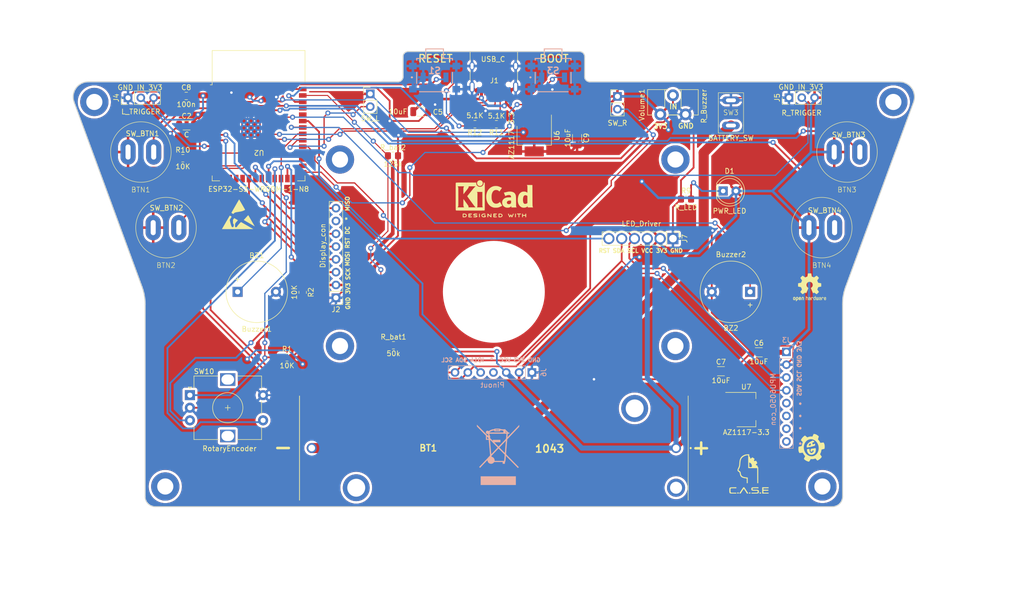
<source format=kicad_pcb>
(kicad_pcb (version 20221018) (generator pcbnew)
  (layers (0 "F.Cu" signal) (31 "B.Cu" signal) (34 "B.Paste" user) (35 "F.Paste" user) (36 "B.SilkS" user "B.Silkscreen") (37 "F.SilkS" user "F.Silkscreen") (38 "B.Mask" user) (39 "F.Mask" user) (44 "Edge.Cuts" user))
  (net 0 "")
  (net 1 "VCC")
  (net 2 "Net-(BT1--)")
  (net 3 "+3V3")
  (net 4 "/BTN1")
  (net 5 "/BTN2")
  (net 6 "/BTN3")
  (net 7 "/BTN4")
  (net 8 "/BUZZER_PIN1")
  (net 9 "Earth")
  (net 10 "/BUZZER_PIN2")
  (net 11 "+5V")
  (net 12 "/EN")
  (net 13 "Net-(D1-K)")
  (net 14 "Net-(J1-CC1)")
  (net 15 "/USB_D+")
  (net 16 "/USB_D-")
  (net 18 "Net-(J1-CC2)")
  (net 20 "/SCK")
  (net 21 "/MOSI")
  (net 22 "/RST")
  (net 23 "/DC")
  (net 25 "/MISO")
  (net 26 "/SCL")
  (net 27 "/SDA")
  (net 32 "/L_TRIGGER")
  (net 33 "/R_TRIGGER")
  (net 34 "/IO14")
  (net 35 "/R_PADDLE")
  (net 36 "/L_PADDLE")
  (net 37 "/ENC_A")
  (net 38 "/ENC_B")
  (net 39 "/bat_level")
  (net 40 "/IO0")
  (net 41 "/ENC_SW")
  (net 44 "/SS")
  (net 51 "/Volume_pot")
  (net 53 "/LED_RESET")
  (footprint "Potentiometer_THT:Potentiometer_ACP_CA9-H3,8_Horizontal" (layer "F.Cu") (at 248.9 117.2 90)
    (fp_text reference "Volume1")
    (fp_text value "R_Buzzer")
  )
  (footprint "Buzzer_Beeper:Buzzer_12x9.5RM7.6" (layer "F.Cu") (at 165.1 152.4)
    (fp_text reference "BZ1")
    (fp_text value "Buzzer1")
  )
  (footprint "Capacitor_SMD:C_1206_3216Metric" (layer "F.Cu") (at 260.925 168.15)
    (fp_text reference "C7")
    (fp_text value "10uF")
  )
  (footprint "Capacitor_SMD:C_1206_3216Metric" (layer "F.Cu") (at 154.989 119.38)
    (fp_text reference "C2")
    (fp_text value "C")
  )
  (footprint "Connector_PinHeader_2.54mm:PinHeader_1x02_P2.54mm_Vertical" (layer "F.Cu") (at 191.4 113.125)
    (fp_text reference "PADDLE2" hide)
    (fp_text value "SW_L")
  )
  (footprint "MountingHole:MountingHole_3.2mm_M3_DIN965_Pad" (layer "F.Cu") (at 295.1 114.73)
    (fp_text reference "REF**" hide)
    (fp_text value "MountingHole_3.2mm_M3_DIN965_Pad" hide)
  )
  (footprint "Resistor_SMD:R_0805_2012Metric_Pad1.20x1.40mm_HandSolder" (layer "F.Cu") (at 212.15 119.15)
    (fp_text reference "R12")
    (fp_text value "5.1K")
  )
  (footprint "Connector_PinHeader_2.54mm:PinHeader_1x06_P2.54mm_Vertical" (layer "F.Cu") (at 251.404306 141.836172 -90)
    (fp_text reference "J7")
    (fp_text value "LED_Driver")
  )
  (footprint "FC_Wheel_Library:SPST_PushButton_Cyl" (layer "F.Cu") (at 145.925581 124.663941)
    (fp_text reference "BTN1")
    (fp_text value "SW_BTN1")
  )
  (footprint "LOGO" (layer "F.Cu") (at 266.5 188.75)
    (fp_text reference "G***" hide)
    (fp_text value "LOGO" hide)
  )
  (footprint "FC_Wheel_Library:SPST_PushButton_Cyl" (layer "F.Cu") (at 285.911152 124.663081)
    (fp_text reference "BTN3")
    (fp_text value "SW_BTN3")
  )
  (footprint "Buzzer_Beeper:Buzzer_12x9.5RM7.6" (layer "F.Cu") (at 266.7 152.4 180)
    (fp_text reference "BZ2")
    (fp_text value "Buzzer2")
  )
  (footprint "Connector_USB:USB_C_Receptacle_HRO_TYPE-C-31-M-12" (layer "F.Cu") (at 215.9 108.65 180)
    (fp_text reference "J1")
    (fp_text value "USB_C")
  )
  (footprint "LOGO" (layer "F.Cu") (at 278.75 183.25 90)
    (fp_text reference "G***" hide)
    (fp_text value "LOGO" hide)
  )
  (footprint "MountingHole:MountingHole_3.2mm_M3_DIN965_Pad" (layer "F.Cu") (at 251.9 126.15)
    (fp_text reference "REF**" hide)
    (fp_text value "MountingHole_3.2mm_M3_DIN965_Pad" hide)
  )
  (footprint "FC_Wheel_Library:SPST_PushButton_Cyl" (layer "F.Cu") (at 280.909449 139.664752)
    (fp_text reference "BTN4")
    (fp_text value "SW_BTN4")
  )
  (footprint "Connector_PinHeader_2.54mm:PinHeader_1x08_P2.54mm_Vertical" (layer "F.Cu") (at 184.6 153.58 180)
    (fp_text reference "J2")
    (fp_text value "Display_con")
  )
  (footprint "FC_Wheel_Library:ESP32-S3-WROOM-1_handsolder" (layer "F.Cu") (at 169.264 117.428)
    (fp_text reference "U2")
    (fp_text value "ESP32-S3-WROOM-1-N8")
  )
  (footprint "Capacitor_SMD:C_1206_3216Metric" (layer "F.Cu") (at 232.4 121.875 -90)
    (fp_text reference "C9")
    (fp_text value "10uF")
  )
  (footprint "FC_Wheel_Library:1043_fromMouser" (layer "F.Cu") (at 252.02 183.4)
    (fp_text reference "BT1")
    (fp_text value "Battery" hide)
  )
  (footprint "Resistor_SMD:R_0805_2012Metric_Pad1.20x1.40mm_HandSolder" (layer "F.Cu") (at 174.9 165.4)
    (fp_text reference "R1")
    (fp_text value "10K")
  )
  (footprint "Resistor_SMD:R_0805_2012Metric_Pad1.20x1.40mm_HandSolder" (layer "F.Cu") (at 196 163)
    (fp_text reference "R_bat1")
    (fp_text value "50k")
  )
  (footprint "Package_TO_SOT_SMD:SOT-223-3_TabPin2" (layer "F.Cu") (at 223.9 121.4 -90)
    (fp_text reference "U6")
    (fp_text value "AZ1117-3.3")
  )
  (footprint "Resistor_SMD:R_0805_2012Metric_Pad1.20x1.40mm_HandSolder" (layer "F.Cu") (at 254 134)
    (fp_text reference "R9")
    (fp_text value "R_LED")
  )
  (footprint "Capacitor_SMD:C_1206_3216Metric" (layer "F.Cu") (at 268.425 164.4)
    (fp_text reference "C6")
    (fp_text value "10uF")
  )
  (footprint "FC_Wheel_Library:SPST_PushButton_Cyl" (layer "F.Cu") (at 150.910544 139.661928)
    (fp_text reference "BTN2")
    (fp_text value "SW_BTN2")
  )
  (footprint "Capacitor_SMD:C_0805_2012Metric_Pad1.18x1.45mm_HandSolder" (layer "F.Cu") (at 154.9185 113.538)
    (fp_text reference "C8")
    (fp_text value "100n")
  )
  (footprint "MountingHole:MountingHole_3.2mm_M3_DIN965_Pad" (layer "F.Cu") (at 185.4 163.15)
    (fp_text reference "REF**" hide)
    (fp_text value "MountingHole_3.2mm_M3_DIN965_Pad" hide)
  )
  (footprint "FC_Wheel_Library:STST Switch 2MS6T1B3M2QES" (layer "F.Cu") (at 262.9 116.9)
    (fp_text reference "SW3")
    (fp_text value "BATTERY_SW")
  )
  (footprint "Connector_PinHeader_2.54mm:PinHeader_1x02_P2.54mm_Vertical" (layer "F.Cu") (at 240.4 113.625)
    (fp_text reference "PADDLE1" hide)
    (fp_text value "SW_R")
  )
  (footprint "MountingHole:MountingHole_3.2mm_M3_DIN965_Pad" (layer "F.Cu") (at 136.7 114.73)
    (fp_text reference "REF**" hide)
    (fp_text value "MountingHole_3.2mm_M3_DIN965_Pad" hide)
  )
  (footprint "Rotary_Encoder:RotaryEncoder_Alps_EC12E-Switch_Vertical_H20mm" (layer "F.Cu") (at 155.65 172.9)
    (fp_text reference "SW10")
    (fp_text value "RotaryEncoder")
  )
  (footprint "Resistor_SMD:R_0805_2012Metric_Pad1.20x1.40mm_HandSolder" (layer "F.Cu") (at 154.25 125.9)
    (fp_text reference "R10")
    (fp_text value "10K")
  )
  (footprint "MountingHole:MountingHole_3.2mm_M3_DIN965_Pad" (layer "F.Cu") (at 281.035 191.0227)
    (fp_text reference "REF**" hide)
    (fp_text value "MountingHole_3.2mm_M3_DIN965_Pad" hide)
  )
  (footprint "Resistor_SMD:R_0805_2012Metric_Pad1.20x1.40mm_HandSolder" (layer "F.Cu") (at 195.9 125.4)
    (fp_text reference "R_bat2")
    (fp_text value "125k")
  )
  (footprint "LED_THT:LED_D5.0mm" (layer "F.Cu") (at 261.36 132.4)
    (fp_text reference "D1")
    (fp_text value "PWR_LED")
  )
  (footprint "Symbol:ESD-Logo_6.6x6mm_SilkScreen" (layer "F.Cu") (at 165.25 137)
    (fp_text reference "REF**" hide)
    (fp_text value "ESD-Logo_6.6x6mm_SilkScreen" hide)
  )
  (footprint "Package_TO_SOT_SMD:SOT-223-3_TabPin2" (layer "F.Cu") (at 265.938 175.768)
    (fp_text reference "U7")
    (fp_text value "AZ1117-3.3")
  )
  (footprint "MountingHole:MountingHole_3.2mm_M3_DIN965_Pad" (layer "F.Cu") (at 251.9 163.15)
    (fp_text reference "REF**" hide)
    (fp_text value "MountingHole_3.2mm_M3_DIN965_Pad" hide)
  )
  (footprint "Symbol:OSHW-Logo2_7.3x6mm_SilkScreen" (layer "F.Cu") (at 278.5 151.5)
    (fp_text reference "REF**" hide)
    (fp_text value "OSHW-Logo2_7.3x6mm_SilkScreen" hide)
  )
  (footprint "Resistor_SMD:R_0805_2012Metric_Pad1.20x1.40mm_HandSolder" (layer "F.Cu") (at 216.4 119.15 180)
    (fp_text reference "R11")
    (fp_text value "5.1K")
  )
  (footprint "MountingHole:MountingHole_3.2mm_M3_DIN965_Pad" (layer "F.Cu") (at 150.765 191.0227)
    (fp_text reference "REF**" hide)
    (fp_text value "MountingHole_3.2mm_M3_DIN965_Pad" hide)
  )
  (footprint "Resistor_SMD:R_0805_2012Metric_Pad1.20x1.40mm_HandSolder" (layer "F.Cu") (at 178 152.5 -90)
    (fp_text reference "R2")
    (fp_text value "10K")
  )
  (footprint "MountingHole:MountingHole_3.2mm_M3_DIN965_Pad" (layer "F.Cu") (at 185.4 126.15)
    (fp_text reference "REF**" hide)
    (fp_text value "MountingHole_3.2mm_M3_DIN965_Pad" hide)
  )
  (footprint "Connector_PinHeader_2.54mm:PinHeader_1x03_P2.54mm_Vertical" (layer "F.Cu") (at 274.4 113.875 90)
    (fp_text reference "J5")
    (fp_text value "R_TRIGGER")
  )
  (footprint "Capacitor_SMD:C_1206_3216Metric" (layer "F.Cu") (at 201.4 116.65 180)
    (fp_text reference "C5")
    (fp_text value "10uF")
  )
  (footprint "Connector_PinHeader_2.54mm:PinHeader_1x03_P2.54mm_Vertical" (layer "F.Cu") (at 143.375 113.9 90)
    (fp_text reference "J4")
    (fp_text value "L_TRIGGER")
  )
  (footprint "Symbol:KiCad-Logo2_6mm_SilkScreen" (layer "F.Cu") (at 216 133.25)
    (fp_text reference "REF**" hide)
    (fp_text value "KiCad-Logo2_6mm_SilkScreen" hide)
  )
  (footprint "Symbol:WEEE-Logo_8.4x12mm_SilkScreen" (layer "B.Cu") (at 216.75 184.75 180)
    (fp_text reference "REF**" hide)
    (fp_text value "WEEE-Logo_8.4x12mm_SilkScreen" hide)
  )
  (footprint "Connector_PinHeader_2.54mm:PinHeader_1x08_P2.54mm_Vertical" (layer "B.Cu") (at 273.9 164.32 180)
    (fp_text reference "J3")
    (fp_text value "MPU6050_con")
  )
  (footprint "FC_Wheel_Library:TL3336AF160Q" (layer "B.Cu") (at 227.65 109.4 180)
    (fp_text reference "S3")
    (fp_text value "TL3336AF160Q" hide)
  )
  (footprint "FC_Wheel_Library:TL3336AF160Q" (layer "B.Cu") (at 204.15 109.4 180)
    (fp_text reference "S1")
    (fp_text value "TL3336AF160Q" hide)
  )
  (footprint "Connector_PinHeader_2.54mm:PinHeader_1x07_P2.54mm_Vertical" (layer "B.Cu") (at 223.44 168.4 90)
    (fp_text reference "J6")
    (fp_text value "Pinout")
  )
  (gr_line (start 255.864146 183.439009) (end 258.150146 183.439009) (stroke (width 0.5)) (layer "F.SilkS"))
  (gr_line (start 257 184.577133) (end 257 182.291133) (stroke (width 0.5)) (layer "F.SilkS"))
  (gr_line (start 172.974 183.388) (end 175.26 183.388) (stroke (width 0.5)) (layer "F.SilkS"))
  (gr_line locked (start 148.764152 195.022771) (end 283.03578 195.022771) (stroke (width 0.2)) (layer "Edge.Cuts"))
  (gr_arc locked (start 234.9 110.730806) (mid 234.192894 110.437913) (end 233.9 109.730806) (stroke (width 0.2)) (layer "Edge.Cuts"))
  (gr_line locked (start 232.9 104.730806) (end 198.9 104.730806) (stroke (width 0.2)) (layer "Edge.Cuts"))
  (gr_line locked (start 197.9 105.730806) (end 197.9 109.730806) (stroke (width 0.2)) (layer "Edge.Cuts"))
  (gr_arc locked (start 197.9 105.730806) (mid 198.192894 105.0237) (end 198.9 104.730806) (stroke (width 0.2)) (layer "Edge.Cuts"))
  (gr_arc locked (start 132.692852 114.764967) (mid 133.049042 112.013611) (end 135.508969 110.730806) (stroke (width 0.2)) (layer "Edge.Cuts"))
  (gr_line locked (start 146.764152 154.860548) (end 146.764152 193.022771) (stroke (width 0.2)) (layer "Edge.Cuts"))
  (gr_arc locked (start 296.290963 110.730806) (mid 298.750882 112.013609) (end 299.10708 114.764967) (stroke (width 0.2)) (layer "Edge.Cuts"))
  (gr_line locked (start 285.03578 193.022771) (end 285.03578 154.860548) (stroke (width 0.2)) (layer "Edge.Cuts"))
  (gr_arc locked (start 232.9 104.730806) (mid 233.607107 105.023699) (end 233.9 105.730806) (stroke (width 0.2)) (layer "Edge.Cuts"))
  (gr_arc locked (start 148.764152 195.022771) (mid 147.349938 194.436985) (end 146.764152 193.022771) (stroke (width 0.2)) (layer "Edge.Cuts"))
  (gr_arc locked (start 285.03578 193.022771) (mid 284.45 194.437) (end 283.03578 195.022771) (stroke (width 0.2)) (layer "Edge.Cuts"))
  (gr_arc locked (start 146.151207 151.413348) (mid 146.609723 153.109913) (end 146.764152 154.860548) (stroke (width 0.2)) (layer "Edge.Cuts"))
  (gr_line locked (start 132.692852 114.764967) (end 146.151207 151.413348) (stroke (width 0.2)) (layer "Edge.Cuts"))
  (gr_line locked (start 296.290963 110.730806) (end 234.9 110.730806) (stroke (width 0.2)) (layer "Edge.Cuts"))
  (gr_arc locked (start 197.9 109.730806) (mid 197.607107 110.437913) (end 196.9 110.730806) (stroke (width 0.2)) (layer "Edge.Cuts"))
  (gr_line locked (start 196.9 110.730806) (end 135.508969 110.730806) (stroke (width 0.2)) (layer "Edge.Cuts"))
  (gr_arc locked (start 285.03578 154.860548) (mid 285.190215 153.109915) (end 285.648725 151.413348) (stroke (width 0.2)) (layer "Edge.Cuts"))
  (gr_line locked (start 285.648725 151.413348) (end 299.10708 114.764967) (stroke (width 0.2)) (layer "Edge.Cuts"))
  (gr_line locked (start 233.9 109.730806) (end 233.9 105.730806) (stroke (width 0.2)) (layer "Edge.Cuts"))
  (gr_text "GND 3V3 VCC  *  IO14 SDA SCL" (at 225.252904 166.411257) (layer "B.SilkS") (effects (font (size 0.8 0.8) (thickness 0.1875) bold) (justify left bottom mirror)))
  (gr_text "*    *   *   *  SDA SCL GND 3V3" (at 275.922502 182.94001 270) (layer "B.SilkS") (effects (font (size 0.8 0.8) (thickness 0.1875) bold) (justify left bottom mirror)))
  (gr_text "BOOT\n" (at 224.75 107) (layer "F.SilkS") (effects (font (size 1.5 1.5) (thickness 0.25) bold) (justify left bottom)))
  (gr_text "3V3" (at 247.396 120.142) (layer "F.SilkS") (effects (font (size 1 1) (thickness 0.2) bold) (justify left bottom)))
  (gr_text "1043" (at 223.9 184.4) (layer "F.SilkS") (effects (font (size 1.5 1.5) (thickness 0.3) bold) (justify left bottom)))
  (gr_text "RESET\n" (at 200.75 107) (layer "F.SilkS") (effects (font (size 1.5 1.5) (thickness 0.25) bold) (justify left bottom)))
  (gr_text "RST SDA SCL VCC 3V3 GND" (at 236.590427 144.711678) (layer "F.SilkS") (effects (font (size 0.8 0.8) (thickness 0.1875) bold) (justify left bottom)))
  (gr_text "GND" (at 252.317455 120.076221) (layer "F.SilkS") (effects (font (size 1 1) (thickness 0.2) bold) (justify left bottom)))
  (gr_text "GND IN 3V3" (at 141.227111 112.435515) (layer "F.SilkS") (effects (font (size 1 1)) (justify left bottom)))
  (gr_text "GND IN 3V3" (at 272.253192 112.348103) (layer "F.SilkS") (effects (font (size 1 1)) (justify left bottom)))
  (gr_text "MOSI RST DC  *  MISO" (at 187.357796 147.414203 90) (layer "F.SilkS") (effects (font (size 0.8 0.8) (thickness 0.1875) bold) (justify left bottom)))
  (gr_text "IN" (at 250.579198 116.243141) (layer "F.SilkS") (effects (font (size 1 1) (thickness 0.2) bold) (justify left bottom)))
  (gr_text "GND 3V3 SCK" (at 187.452 156.018104 90) (layer "F.SilkS") (effects (font (size 0.8 0.8) (thickness 0.1875) bold) (justify left bottom)))
  (segment (start 196.25 164.25) (end 216.5 164.25) (width 0.35) (layer "F.Cu") (net 1))
  (segment (start 257.352 178.068) (end 252.02 183.4) (width 1) (layer "F.Cu") (net 1))
  (segment (start 262.788 178.068) (end 257.352 178.068) (width 1) (layer "F.Cu") (net 1))
  (segment (start 257.352 173.198) (end 257.352 178.068) (width 1) (layer "F.Cu") (net 1))
  (segment (start 262.4 168.15) (end 257.352 173.198) (width 1) (layer "F.Cu") (net 1))
  (segment (start 195 163) (end 196.25 164.25) (width 0.35) (layer "F.Cu") (net 1))
  (via (at 216.5 164.25) (size 1) (drill 0.5) (layers "F.Cu" "B.Cu") (net 1))
  (segment (start 216.5 166.54) (end 218.36 168.4) (width 0.35) (layer "B.Cu") (net 1))
  (segment (start 216.5 164.25) (end 216.5 166.54) (width 0.35) (layer "B.Cu") (net 1))
  (segment (start 252.02 175.27) (end 246.324306 169.574306) (width 1) (layer "B.Cu") (net 1))
  (segment (start 218.36 168.4) (end 233.36 183.4) (width 1) (layer "B.Cu") (net 1))
  (segment (start 233.36 183.4) (end 252.02 183.4) (width 1) (layer "B.Cu") (net 1))
  (segment (start 246.324306 169.574306) (end 246.324306 141.836172) (width 1) (layer "B.Cu") (net 1))
  (segment (start 252.02 183.4) (end 252.02 175.27) (width 1) (layer "B.Cu") (net 1))
  (segment (start 246.324306 141.836172) (end 246.25 141.910478) (width 1) (layer "B.Cu") (net 1))
  (segment (start 179.8 183.4) (end 217.6 183.4) (width 2) (layer "F.Cu") (net 2))
  (segment (start 257.5 143.5) (end 257.5 124.8) (width 2) (layer "F.Cu") (net 2))
  (segment (start 217.6 183.4) (end 257.5 143.5) (width 2) (layer "F.Cu") (net 2))
  (segment (start 257.5 124.8) (end 262.9 119.4) (width 2) (layer "F.Cu") (net 2))
  (segment (start 156.25 124.9) (end 156.25 119.594) (width 0.35) (layer "F.Cu") (net 3))
  (segment (start 155.25 125.9) (end 156.25 124.9) (width 0.35) (layer "F.Cu") (net 3))
  (segment (start 245.25 125.5) (end 250.5 120.25) (width 0.5) (layer "F.Cu") (net 3))
  (segment (start 169.75 114.5) (end 169.825 114.575) (width 0.25) (layer "F.Cu") (net 3))
  (segment (start 158.25 113.5) (end 160.452 113.5) (width 0.35) (layer "F.Cu") (net 3))
  (segment (start 157.25 117.75) (end 156.464 118.536) (width 0.35) (layer "F.Cu") (net 3))
  (segment (start 245.200478 145.5) (end 248.864306 141.836172) (width 0.35) (layer "F.Cu") (net 3))
  (segment (start 143.385581 118.969419) (end 148.455 113.9) (width 0.35) (layer "F.Cu") (net 3))
  (segment (start 143.385581 124.663941) (end 143.385581 118.969419) (width 0.35) (layer "F.Cu") (net 3))
  (segment (start 231.2 124.55) (end 232.4 123.35) (width 0.5) (layer "F.Cu") (net 3))
  (segment (start 269.9 164.4) (end 269.088 165.212) (width 1) (layer "F.Cu") (net 3))
  (segment (start 173.675 114.575) (end 174 114.25) (width 0.25) (layer "F.Cu") (net 3))
  (segment (start 245.25 130.5) (end 245.25 125.5) (width 0.5) (layer "F.Cu") (net 3))
  (segment (start 175.9 165.4) (end 178 163.3) (width 0.35) (layer "F.Cu") (net 3))
  (segment (start 160.452 113.5) (end 160.514 113.438) (width 0.35) (layer "F.Cu") (net 3))
  (segment (start 180.46 151.04) (end 178 153.5) (width 0.35) (layer "F.Cu") (net 3))
  (segment (start 156.464 118.536) (end 156.464 119.38) (width 0.35) (layer "F.Cu") (net 3))
  (segment (start 178 163.3) (end 178 153.5) (width 0.35) (layer "F.Cu") (net 3))
  (segment (start 239.1 114.925) (end 239.1 116.65) (width 0.5) (layer "F.Cu") (net 3))
  (segment (start 160.826 113.75) (end 160.514 113.438) (width 0.35) (layer "F.Cu") (net 3))
  (segment (start 178 166.75) (end 177.25 166.75) (width 0.35) (layer "F.Cu") (net 3))
  (segment (start 240.4 113.625) (end 239.1 114.925) (width 0.5) (layer "F.Cu") (net 3))
  (segment (start 269.088 165.212) (end 269.088 175.768) (width 1) (layer "F.Cu") (net 3))
  (segment (start 148.370544 132.779456) (end 148.370544 139.661928) (width 0.35) (layer "F.Cu") (net 3))
  (segment (start 143.385581 124.663941) (end 143.385581 127.794493) (width 0.35) (layer "F.Cu") (net 3))
  (segment (start 169.825 114.575) (end 173.675 114.575) (width 0.25) (layer "F.Cu") (net 3))
  (segment (start 244.75 145.5) (end 245.200478 145.5) (width 0.35) (layer "F.Cu") (net 3))
  (segment (start 223.9 120.75) (end 223.9 124.55) (width 0.5) (layer "F.Cu") (net 3))
  (segment (start 155.25 125.9) (end 148.370544 132.779456) (width 0.35) (layer "F.Cu") (net 3))
  (segment (start 269.9 164.4) (end 273.82 164.4) (width 1) (layer "F.Cu") (net 3))
  (segment (start 223.9 118.25) (end 223.9 120.75) (width 0.5) (layer "F.Cu") (net 3))
  (segment (start 273.82 164.4) (end 273.9 164.32) (width 1) (layer "F.Cu") (net 3))
  (segment (start 262.788 175.768) (end 269.088 175.768) (width 1) (layer "F.Cu") (net 3))
  (segment (start 239.1 116.65) (end 232.4 123.35) (width 0.5) (layer "F.Cu") (net 3))
  (segment (start 143.385581 127.794493) (end 148.370544 132.779456) (width 0.35) (layer "F.Cu") (net 3))
  (segment (start 157.25 117.25) (end 157.25 117.75) (width 0.35) (layer "F.Cu") (net 3))
  (segment (start 148.370544 147.120544) (end 167 165.75) (width 0.35) (layer "F.Cu") (net 3))
  (segment (start 156.25 119.594) (end 156.464 119.38) (width 0.35) (layer "F.Cu") (net 3))
  (segment (start 223.9 120.75) (end 221.75 120.75) (width 0.5) (layer "F.Cu") (net 3))
  (segment (start 148.370544 139.661928) (end 148.370544 147.120544) (width 0.35) (layer "F.Cu") (net 3))
  (segment (start 184.6 151.04) (end 180.46 151.04) (width 0.35) (layer "F.Cu") (net 3))
  (segment (start 223.9 124.55) (end 231.2 124.55) (width 0.5) (layer "F.Cu") (net 3))
  (segment (start 177.25 166.75) (end 175.9 165.4) (width 0.35) (layer "F.Cu") (net 3))
  (segment (start 167.5 113.75) (end 160.826 113.75) (width 0.35) (layer "F.Cu") (net 3))
  (via (at 245.25 130.5) (size 1) (drill 0.5) (layers "F.Cu" "B.Cu") (net 3))
  (via (at 167.5 113.75) (size 1) (drill 0.5) (layers "F.Cu" "B.Cu") (net 3))
  (via (at 167 165.75) (size 1) (drill 0.5) (layers "F.Cu" "B.Cu") (net 3))
  (via (at 157.25 117.25) (size 1) (drill 0.5) (layers "F.Cu" "B.Cu") (net 3))
  (via (at 174 114.25) (size 1) (drill 0.5) (layers "F.Cu" "B.Cu") (net 3))
  (via (at 244.75 145.5) (size 1) (drill 0.5) (layers "F.Cu" "B.Cu") (net 3))
  (via (at 221.75 120.75) (size 1) (drill 0.5) (layers "F.Cu" "B.Cu") (net 3))
  (via (at 178 166.75) (size 1) (drill 0.5) (layers "F.Cu" "B.Cu") (net 3))
  (via (at 250.5 120.25) (size 1) (drill 0.5) (layers "F.Cu" "B.Cu") (net 3))
  (via (at 158.25 113.5) (size 1) (drill 0.5) (layers "F.Cu" "B.Cu") (net 3))
  (via (at 169.75 114.5) (size 1) (drill 0.5) (layers "F.Cu" "B.Cu") (net 3))
  (segment (start 278.75 115.25) (end 278.75 124.571465) (width 0.5) (layer "B.Cu") (net 3))
  (segment (start 151.042818 118.25) (end 156.25 118.25) (width 0.35) (layer "B.Cu") (net 3))
  (segment (start 250.75 144.75) (end 256.5 144.75) (width 0.5) (layer "B.Cu") (net 3))
  (segment (start 174.075 114.325) (end 174 114.25) (width 0.25) (layer "B.Cu") (net 3))
  (segment (start 278.369449 139.664752) (end 278.369449 159.850551) (width 0.5) (layer "B.Cu") (net 3))
  (segment (start 248.864306 142.864306) (end 250.75 144.75) (width 0.5) (layer "B.Cu") (net 3))
  (segment (start 168.25 114.5) (end 169.75 114.5) (width 0.35) (layer "B.Cu") (net 3))
  (segment (start 278.369449 159.850551) (end 273.9 164.32) (width 0.5) (layer "B.Cu") (net 3))
  (segment (start 168.75 164) (end 175.25 164) (width 0.35) (layer "B.Cu") (net 3))
  (segment (start 250.5 118.8) (end 248.9 117.2) (width 0.5) (layer "B.Cu") (net 3))
  (segment (start 240.4 113.625) (end 245.325 113.625) (width 0.5) (layer "B.Cu") (net 3))
  (segment (start 148.455 115.662182) (end 151.042818 118.25) (width 0.35) (layer "B.Cu") (net 3))
  (segment (start 279.48 113.875) (end 279.48 114.52) (width 0.5) (layer "B.Cu") (net 3))
  (segment (start 262.55 133.75) (end 248.5 133.75) (width 0.5) (layer "B.Cu") (net 3))
  (segment (start 263.9 132.4) (end 262.55 133.75) (width 0.5) (layer "B.Cu") (net 3))
  (segment (start 248.864306 141.836172) (end 248.864306 142.864306) (width 0.5) (layer "B.Cu") (net 3))
  (segment (start 191.4 113.125) (end 199.025 120.75) (width 0.25) (layer "B.Cu") (net 3))
  (segment (start 271.104697 132.4) (end 278.369449 139.664752) (width 0.5) (layer "B.Cu") (net 3))
  (segment (start 278.75 124.571465) (end 278.841616 124.663081) (width 0.5) (layer "B.Cu") (net 3))
  (segment (start 157.25 117.25) (end 158.25 116.25) (width 0.35) (layer "B.Cu") (net 3))
  (segment (start 190.2 114.325) (end 174.075 114.325) (width 0.25) (layer "B.Cu") (net 3))
  (segment (start 256.5 144.75) (end 263.9 137.35) (width 0.5) (layer "B.Cu") (net 3))
  (segment (start 167.5 113.75) (end 168.25 114.5) (width 0.35) (layer "B.Cu") (net 3))
  (segment (start 199.025 120.75) (end 221.75 120.75) (width 0.25) (layer "B.Cu") (net 3))
  (segment (start 250.5 120.25) (end 250.5 118.8) (width 0.5) (layer "B.Cu") (net 3))
  (segment (start 263.9 132.4) (end 271.104697 132.4) (width 0.5) (layer "B.Cu") (net 3))
  (segment (start 191.4 113.125) (end 190.2 114.325) (width 0.25) (layer "B.Cu") (net 3))
  (segment (start 283.371152 124.663081) (end 278.841616 124.663081) (width 0.5) (layer "B.Cu") (net 3))
  (segment (start 278.841616 124.663081) (end 271.104697 132.4) (width 0.5) (layer "B.Cu") (net 3))
  (segment (start 158.25 116.25) (end 158.25 113.5) (width 0.35) (layer "B.Cu") (net 3))
  (segment (start 148.455 113.9) (end 148.455 115.662182) (width 0.35) (layer "B.Cu") (net 3))
  (segment (start 279.48 114.52) (end 278.75 115.25) (width 0.5) (layer "B.Cu") (net 3))
  (segment (start 263.9 137.35) (end 263.9 132.4) (width 0.5) (layer "B.Cu") (net 3))
  (segment (start 245.325 113.625) (end 248.9 117.2) (width 0.5) (layer "B.Cu") (net 3))
  (segment (start 248.5 133.75) (end 245.25 130.5) (width 0.5) (layer "B.Cu") (net 3))
  (segment (start 167 165.75) (end 168.75 164) (width 0.35) (layer "B.Cu") (net 3))
  (segment (start 156.25 118.25) (end 157.25 117.25) (width 0.35) (layer "B.Cu") (net 3))
  (segment (start 175.25 164) (end 178 166.75) (width 0.35) (layer "B.Cu") (net 3))
  (segment (start 220.9 168.4) (end 243.8 145.5) (width 0.35) (layer "B.Cu") (net 3))
  (segment (start 243.8 145.5) (end 244.75 145.5) (width 0.35) (layer "B.Cu") (net 3))
  (segment (start 148.465581 121.784419) (end 148.465581 124.663941) (width 0.35) (layer "F.Cu") (net 4))
  (segment (start 154.272 115.978) (end 148.465581 121.784419) (width 0.35) (layer "F.Cu") (net 4))
  (segment (start 160.514 115.978) (end 154.272 115.978) (width 0.35) (layer "F.Cu") (net 4))
  (segment (start 157.612472 119.049528) (end 159.414 117.248) (width 0.35) (layer "F.Cu") (net 5))
  (segment (start 159.414 117.248) (end 160.514 117.248) (width 0.35) (layer "F.Cu") (net 5))
  (segment (start 153.450544 139.661928) (end 153.450544 138.661928) (width 0.35) (layer "F.Cu") (net 5))
  (segment (start 153.450544 138.661928) (end 157.612472 134.5) (width 0.35) (layer "F.Cu") (net 5))
  (segment (start 157.612472 134.5) (end 157.612472 119.049528) (width 0.35) (layer "F.Cu") (net 5))
  (segment (start 165.25 115.5) (end 174.75 115.5) (width 0.35) (layer "F.Cu") (net 6))
  (segment (start 162.232 118.518) (end 165.25 115.5) (width 0.35) (layer "F.Cu") (net 6))
  (segment (start 160.514 118.518) (end 162.232 118.518) (width 0.35) (layer "F.Cu") (net 6))
  (segment (start 277.25 120.5) (end 284.288071 120.5) (width 0.35) (layer "F.Cu") (net 6))
  (segment (start 284.288071 120.5) (end 288.451152 124.663081) (width 0.35) (layer "F.Cu") (net 6))
  (via (at 277.25 120.5) (size 1) (drill 0.5) (layers "F.Cu" "B.Cu") (net 6))
  (via (at 174.75 115.5) (size 1) (drill 0.5) (layers "F.Cu" "B.Cu") (net 6))
  (segment (start 174.75 115.5) (end 188.75 115.5) (width 0.35) (layer "B.Cu") (net 6))
  (segment (start 250.907053 121.875) (end 275.875 121.875) (width 0.35) (layer "B.Cu") (net 6))
  (segment (start 275.875 121.875) (end 277.25 120.5) (width 0.35) (layer "B.Cu") (net 6))
  (segment (start 188.75 115.5) (end 195.7 122.45) (width 0.35) (layer "B.Cu") (net 6))
  (segment (start 195.7 122.45) (end 250.332053 122.45) (width 0.35) (layer "B.Cu") (net 6))
  (segment (start 250.332053 122.45) (end 250.907053 121.875) (width 0.35) (layer "B.Cu") (net 6))
  (segment (start 161.739818 119.788) (end 160.514 119.788) (width 0.35) (layer "F.Cu") (net 7))
  (segment (start 165.153318 116.3745) (end 161.739818 119.788) (width 0.35) (layer "F.Cu") (net 7))
  (segment (start 271.25 122.75) (end 283.449449 134.949449) (width 0.35) (layer "F.Cu") (net 7))
  (segment (start 173.5 116.3745) (end 165.153318 116.3745) (width 0.35) (layer "F.Cu") (net 7))
  (segment (start 283.449449 134.949449) (end 283.449449 139.664752) (width 0.35) (layer "F.Cu") (net 7))
  (via (at 173.5 116.3745) (size 1) (drill 0.5) (layers "F.Cu" "B.Cu") (net 7))
  (via (at 271.25 122.75) (size 1) (drill 0.5) (layers "F.Cu" "B.Cu") (net 7))
  (segment (start 271.25 122.75) (end 250.809871 122.75) (width 0.35) (layer "B.Cu") (net 7))
  (segment (start 174.387563 116.375) (end 174.012563 116) (width 0.35) (layer "B.Cu") (net 7))
  (segment (start 174.012563 116) (end 173.8745 116) (width 0.35) (layer "B.Cu") (net 7))
  (segment (start 250.809871 122.75) (end 250.559871 123) (width 0.35) (layer "B.Cu") (net 7))
  (segment (start 195 123) (end 188.05 116.05) (width 0.35) (layer "B.Cu") (net 7))
  (segment (start 175.437437 116.05) (end 175.112437 116.375) (width 0.35) (layer "B.Cu") (net 7))
  (segment (start 175.112437 116.375) (end 174.387563 116.375) (width 0.35) (layer "B.Cu") (net 7))
  (segment (start 173.8745 116) (end 173.5 116.3745) (width 0.35) (layer "B.Cu") (net 7))
  (segment (start 188.05 116.05) (end 175.437437 116.05) (width 0.35) (layer "B.Cu") (net 7))
  (segment (start 250.559871 123) (end 195 123) (width 0.35) (layer "B.Cu") (net 7))
  (segment (start 173.75 124.322) (end 173.75 127.75) (width 0.25) (layer "F.Cu") (net 8))
  (segment (start 177.014 121.058) (end 173.75 124.322) (width 0.25) (layer "F.Cu") (net 8))
  (segment (start 178.014 121.058) (end 177.014 121.058) (width 0.25) (layer "F.Cu") (net 8))
  (via (at 173.75 127.75) (size 1) (drill 0.5) (layers "F.Cu" "B.Cu") (net 8))
  (segment (start 173.75 127.75) (end 173.75 143.75) (width 0.25) (layer "B.Cu") (net 8))
  (segment (start 173.75 143.75) (end 165.1 152.4) (width 0.25) (layer "B.Cu") (net 8))
  (segment (start 257.85 169.75) (end 235.75 169.75) (width 0.35) (layer "F.Cu") (net 9))
  (segment (start 214.25 119.15) (end 214.25 116.5) (width 0.25) (layer "F.Cu") (net 9))
  (segment (start 230.25 118.25) (end 226.2 118.25) (width 0.5) (layer "F.Cu") (net 9))
  (segment (start 275.25 163.22) (end 275.25 165.51) (width 0.35) (layer "F.Cu") (net 9))
  (segment (start 153.018 112.675) (end 144.6 112.675) (width 0.35) (layer "F.Cu") (net 9))
  (segment (start 201.025 118.5) (end 202.875 116.65) (width 0.35) (layer "F.Cu") (net 9))
  (segment (start 260.725 166.875) (end 259.45 168.15) (width 0.35) (layer "F.Cu") (net 9))
  (segment (start 266.95 164.4) (end 264.475 166.875) (width 0.35) (layer "F.Cu") (net 9))
  (segment (start 259.1 152.4) (end 259.1 156.55) (width 0.35) (layer "F.Cu") (net 9))
  (segment (start 251.404306 135.595694) (end 253 134) (width 0.35) (layer "F.Cu") (net 9))
  (segment (start 275.125 163.095) (end 275.25 163.22) (width 0.35) (layer "F.Cu") (net 9))
  (segment (start 163.168 112.168) (end 160.514 112.168) (width 0.35) (layer "F.Cu") (net 9))
  (segment (start 264.475 171.781) (end 264.475 166.875) (width 0.25) (layer "F.Cu") (net 9))
  (segment (start 259.1 156.55) (end 266.95 164.4) (width 0.35) (layer "F.Cu") (net 9))
  (segment (start 214.25 119.15) (end 213.15 119.15) (width 0.25) (layer "F.Cu") (net 9))
  (segment (start 255.5 118.8) (end 253.9 117.2) (width 0.35) (layer "F.Cu") (net 9))
  (segment (start 220.22 111.78) (end 220.065 111.78) (width 0.5) (layer "F.Cu") (net 9))
  (segment (start 275.25 165.51) (end 273.9 166.86) (width 0.35) (layer "F.Cu") (net 9))
  (segment (start 259.25 140.25) (end 259.1 140.4) (width 0.35) (layer "F.Cu") (net 9))
  (segment (start 255.5 127.75) (end 255.5 118.8) (width 0.35) (layer "F.Cu") (net 9))
  (segment (start 153.881 113.538) (end 153.018 112.675) (width 0.35) (layer "F.Cu") (net 9))
  (segment (start 202.875 116.625) (end 204.25 115.25) (width 0.5) (layer "F.Cu") (net 9))
  (segment (start 174.332 112.168) (end 172.75 113.75) (width 0.35) (layer "F.Cu") (net 9))
  (segment (start 167.65 175.4) (end 170.15 172.9) (width 0.35) (layer "F.Cu") (net 9))
  (segment (start 155.251 112.168) (end 153.881 113.538) (width 0.35) (layer "F.Cu") (net 9))
  (segment (start 253 130.25) (end 255.5 127.75) (width 0.35) (layer "F.Cu") (net 9))
  (segment (start 262.9 114.4) (end 259.9 114.4) (width 0.35) (layer "F.Cu") (net 9))
  (segment (start 232.4 120.4) (end 230.25 118.25) (width 0.5) (layer "F.Cu") (net 9))
  (segment (start 212.65 112.695) (end 212.495 112.695) (width 0.5) (layer "F.Cu") (net 9))
  (segment (start 178.014 112.168) (end 174.332 112.168) (width 0.35) (layer "F.Cu") (net 9))
  (segment (start 155.65 175.4) (end 167.65 175.4) (width 0.35) (layer "F.Cu") (net 9))
  (segment (start 195.25 114.5) (end 195.25 118.5) (width 0.35) (layer "F.Cu") (net 9))
  (segment (start 196.9 141.28) (end 184.6 153.58) (width 0.35) (layer "F.Cu") (net 9))
  (segment (start 226.2 113.55) (end 226.2 118.25) (width 0.5) (layer "F.Cu") (net 9))
  (segment (start 259.1 140.4) (end 259.1 152.4) (width 0.35) (layer "F.Cu") (net 9))
  (segment (start 153.37 119.38) (end 151.75 121) (width 0.35) (layer "F.Cu") (net 9))
  (segment (start 262.788 173.468) (end 264.475 171.781) (width 0.25) (layer "F.Cu") (net 9))
  (segment (start 274.4 113.875) (end 263.425 113.875) (width 0.25) (layer "F.Cu") (net 9))
  (segment (start 215.4 119.15) (end 214.25 119.15) (width 0.25) (layer "F.Cu") (net 9))
  (segment (start 202.875 116.65) (end 202.875 116.625) (width 0.5) (layer "F.Cu") (net 9))
  (segment (start 251.404306 141.836172) (end 251.404306 135.595694) (width 0.35) (layer "F.Cu") (net 9))
  (segment (start 266.95 164.4) (end 268.255 163.095) (width 0.35) (layer "F.Cu") (net 9))
  (segment (start 227.5 112.25) (end 226.2 113.55) (width 0.5) (layer "F.Cu") (net 9))
  (segment (start 178.014 112.168) (end 178.282 111.9) (width 0.35) (layer "F.Cu") (net 9))
  (segment (start 160.514 112.168) (end 155.251 112.168) (width 0.35) (layer "F.Cu") (net 9))
  (segment (start 196.9 125.4) (end 196.9 121.4245) (width 0.35) (layer "F.Cu") (net 9))
  (segment (start 192.65 111.9) (end 195.25 114.5) (width 0.35) (layer "F.Cu") (net 9))
  (segment (start 253 134) (end 253 130.25) (width 0.35) (layer "F.Cu") (net 9))
  (segment (start 195.25 118.5) (end 201.025 118.5) (width 0.35) (layer "F.Cu") (net 9))
  (segment (start 196.9 121.4245) (end 197 121.3245) (width 0.35) (layer "F.Cu") (net 9))
  (segment (start 212.495 112.695) (end 211.58 111.78) (width 0.5) (layer "F.Cu") (net 9))
  (segment (start 196.9 125.4) (end 196.9 141.28) (width 0.35) (layer "F.Cu") (net 9))
  (segment (start 264.475 166.875) (end 260.725 166.875) (width 0.35) (layer "F.Cu") (net 9))
  (segment (start 268.255 163.095) (end 275.125 163.095) (width 0.35) (layer "F.Cu") (net 9))
  (segment (start 259.9 114.4) (end 255.5 118.8) (width 0.35) (layer "F.Cu") (net 9))
  (segment (start 263.425 113.875) (end 262.9 114.4) (width 0.25) (layer "F.Cu") (net 9))
  (segment (start 178.282 111.9) (end 192.65 111.9) (width 0.35) (layer "F.Cu") (net 9))
  (segment (start 259.45 168.15) (end 257.85 169.75) (width 0.35) (layer "F.Cu") (net 9))
  (segment (start 153.514 119.38) (end 153.37 119.38) (width 0.35) (layer "F.Cu") (net 9))
  (segment (start 144.6 112.675) (end 143.375 113.9) (width 0.35) (layer "F.Cu") (net 9))
  (segment (start 163.875 112.875) (end 163.168 112.168) (width 0.35) (layer "F.Cu") (net 9))
  (segment (start 220.065 111.78) (end 219.15 112.695) (width 0.5) (layer "F.Cu") (net 9))
  (via (at 214.25 116.5) (size 1) (drill 0.5) (layers "F.Cu" "B.Cu") (net 9))
  (via (at 151.75 121) (size 1) (drill 0.5) (layers "F.Cu" "B.Cu") (net 9))
  (via (at 172.75 113.75) (size 1) (drill 0.5) (layers "F.Cu" "B.Cu") (net 9))
  (via (at 163.875 112.875) (size 1) (drill 0.5) (layers "F.Cu" "B.Cu") (net 9))
  (via (at 197 121.3245) (size 1) (drill 0.5) (layers "F.Cu" "B.Cu") (net 9))
  (via (at 227.5 112.25) (size 1) (drill 0.5) (layers "F.Cu" "B.Cu") (net 9))
  (via (at 235.75 169.75) (size 1) (drill 0.5) (layers "F.Cu" "B.Cu") (net 9))
  (via (at 259.25 140.25) (size 1) (drill 0.5) (layers "F.Cu" "B.Cu") (net 9))
  (via (at 195.25 118.5) (size 1) (drill 0.5) (layers "F.Cu" "B.Cu") (net 9))
  (via (at 204.25 115.25) (size 1) (drill 0.5) (layers "F.Cu" "B.Cu") (net 9))
  (segment (start 208.45 112.2) (end 208.45 107.6) (width 0.5) (layer "B.Cu") (net 9))
  (segment (start 197 121.3245) (end 197 120.25) (width 0.35) (layer "B.Cu") (net 9))
  (segment (start 208.45 112.2) (end 211.16 112.2) (width 0.5) (layer "B.Cu") (net 9))
  (segment (start 204.25 115.25) (end 201.2 112.2) (width 0.5) (layer "B.Cu") (net 9))
  (segment (start 181 166) (end 181 157.18) (width 0.35) (layer "B.Cu") (net 9))
  (segment (start 201.9 107.6) (end 201.9 109.85) (width 0.5) (layer "B.Cu") (net 9))
  (segment (start 234.4 168.4) (end 223.44 168.4) (width 0.35) (layer "B.Cu") (net 9))
  (segment (start 211.58 107.6) (end 220.22 107.6) (width 0.5) (layer "B.Cu") (net 9))
  (segment (start 223.35 107.6) (end 225.5 107.6) (width 0.5) (layer "B.Cu") (net 9))
  (segment (start 235.75 169.75) (end 234.4 168.4) (width 0.35) (layer "B.Cu") (net 9))
  (segment (start 228.95 107.6) (end 227.65 106.3) (width 0.5) (layer "B.Cu") (net 9))
  (segment (start 223.35 112.2) (end 227.45 112.2) (width 0.5) (layer "B.Cu") (net 9))
  (segment (start 227.55 112.2) (end 227.5 112.25) (width 0.5) (layer "B.Cu") (net 9))
  (segment (start 231.95 107.6) (end 228.95 107.6) (width 0.5) (layer "B.Cu") (net 9))
  (segment (start 168.464 118.036) (end 168.464 118.488) (width 0.35) (layer "B.Cu") (net 9))
  (segment (start 214.25 116.5) (end 211.58 113.83) (width 0.25) (layer "B.Cu") (net 9))
  (segment (start 223.35 112.2) (end 223.35 111.9) (width 0.5) (layer "B.Cu") (net 9))
  (segment (start 211.58 113.83) (end 211.58 111.78) (width 0.25) (layer "B.Cu") (net 9))
  (segment (start 225.4 107.7) (end 225.5 107.6) (width 0.5) (layer "B.Cu") (net 9))
  (segment (start 208.45 107.6) (end 211.58 107.6) (width 0.5) (layer "B.Cu") (net 9))
  (segment (start 150.475 121) (end 143.375 113.9) (width 0.35) (layer "B.Cu") (net 9))
  (segment (start 174.1 172.9) (end 181 166) (width 0.35) (layer "B.Cu") (net 9))
  (segment (start 252.245371 117.2) (end 247.245371 112.2) (width 0.35) (layer "B.Cu") (net 9))
  (segment (start 173.88 153.58) (end 172.7 152.4) (width 0.35) (layer "B.Cu") (net 9))
  (segment (start 172.75 113.75) (end 168.464 118.036) (width 0.35) (layer "B.Cu") (net 9))
  (segment (start 205.45 107.6) (end 204.15 106.3) (width 0.5) (layer "B.Cu") (net 9))
  (segment (start 247.245371 112.2) (end 231.95 112.2) (width 0.35) (layer "B.Cu") (net 9))
  (segment (start 199.85 107.6) (end 201.9 107.6) (width 0.5) (layer "B.Cu") (net 9))
  (segment (start 220.22 107.6) (end 220.22 111.78) (width 0.5) (layer "B.Cu") (net 9))
  (segment (start 227.45 112.2) (end 227.5 112.25) (width 0.5) (layer "B.Cu") (net 9))
  (segment (start 184.6 153.58) (end 173.88 153.58) (width 0.35) (layer "B.Cu") (net 9))
  (segment (start 151.75 121) (end 150.475 121) (width 0.35) (layer "B.Cu") (net 9))
  (segment (start 223.35 107.6) (end 220.22 107.6) (width 0.5) (layer "B.Cu") (net 9))
  (segment (start 167.064 116.064) (end 167.064 118.488) (width 0.35) (layer "B.Cu") (net 9))
  (segment (start 208.45 107.6) (end 205.45 107.6) (width 0.5) (layer "B.Cu") (net 9))
  (segment (start 231.95 112.2) (end 227.55 112.2) (width 0.5) (layer "B.Cu") (net 9))
  (segment (start 257.663828 141.836172) (end 259.25 140.25) (width 0.35) (layer "B.Cu") (net 9))
  (segment (start 181 157.18) (end 184.6 153.58) (width 0.35) (layer "B.Cu") (net 9))
  (segment (start 201.9 107.6) (end 202.85 107.6) (width 0.5) (layer "B.Cu") (net 9))
  (segment (start 251.404306 141.836172) (end 257.663828 141.836172) (width 0.35) (layer "B.Cu") (net 9))
  (segment (start 163.875 112.875) (end 167.064 116.064) (width 0.35) (layer "B.Cu") (net 9))
  (segment (start 211.16 112.2) (end 211.58 111.78) (width 0.5) (layer "B.Cu") (net 9))
  (segment (start 202.85 107.6) (end 204.15 106.3) (width 0.5) (layer "B.Cu") (net 9))
  (segment (start 231.95 112.2) (end 231.95 107.6) (width 0.5) (layer "B.Cu") (net 9))
  (segment (start 201.2 112.2) (end 199.85 112.2) (width 0.5) (layer "B.Cu") (net 9))
  (segment (start 226.35 107.6) (end 227.65 106.3) (width 0.5) (layer "B.Cu") (net 9))
  (segment (start 225.5 107.6) (end 226.35 107.6) (width 0.5) (layer "B.Cu") (net 9))
  (segment (start 225.4 109.85) (end 225.4 107.7) (width 0.5) (layer "B.Cu") (net 9))
  (segment (start 253.9 117.2) (end 252.245371 117.2) (width 0.35) (layer "B.Cu") (net 9))
  (segment (start 170.15 172.9) (end 174.1 172.9) (width 0.35) (layer "B.Cu") (net 9))
  (segment (start 223.35 111.9) (end 225.4 109.85) (width 0.5) (layer "B.Cu") (net 9))
  (segment (start 223.35 112.2) (end 220.64 112.2) (width 0.5) (layer "B.Cu") (net 9))
  (segment (start 199.85 111.9) (end 201.9 109.85) (width 0.5) (layer "B.Cu") (net 9))
  (segment (start 220.64 112.2) (end 220.22 111.78) (width 0.5) (layer "B.Cu") (net 9))
  (segment (start 197 120.25) (end 195.25 118.5) (width 0.35) (layer "B.Cu") (net 9))
  (segment (start 211.58 111.78) (end 211.58 107.6) (width 0.5) (layer "B.Cu") (net 9))
  (segment (start 199.85 112.2) (end 199.85 111.9) (width 0.5) (layer "B.Cu") (net 9))
  (segment (start 266.7 152.4) (end 266.7 145.7) (width 0.25) (layer "F.Cu") (net 10))
  (segment (start 175.75 119.75) (end 177.976 119.75) (width 0.25) (layer "F.Cu") (net 10))
  (segment (start 177.976 119.75) (end 178.014 119.788) (width 0.25) (layer "F.Cu") (net 10))
  (segment (start 266.7 145.7) (end 259.75 138.75) (width 0.25) (layer "F.Cu") (net 10))
  (via (at 259.75 138.75) (size 1) (drill 0.5) (layers "F.Cu" "B.Cu") (net 10))
  (via (at 175.75 119.75) (size 1) (drill 0.5) (layers "F.Cu" "B.Cu") (net 10))
  (segment (start 185.204727 119.788) (end 204.166727 138.75) (width 0.25) (layer "B.Cu") (net 10))
  (segment (start 175.788 119.788) (end 185.204727 119.788) (width 0.25) (layer "B.Cu") (net 10))
  (segment (start 175.75 119.75) (end 175.788 119.788) (width 0.25) (layer "B.Cu") (net 10))
  (segment (start 204.166727 138.75) (end 259.75 138.75) (width 0.25) (layer "B.Cu") (net 10))
  (segment (start 213.45 112.695) (end 213.45 113.82) (width 0.5) (layer "F.Cu") (net 11))
  (segment (start 218.35 115) (end 221.6 118.25) (width 0.5) (layer "F.Cu") (net 11))
  (segment (start 217.9745 115.3755) (end 217.9745 115.5) (width 0.5) (layer "F.Cu") (net 11))
  (segment (start 202.425 114.15) (end 199.925 116.65) (width 0.5) (layer "F.Cu") (net 11))
  (segment (start 218.35 115) (end 217.9745 115.3755) (width 0.5) (layer "F.Cu") (net 11))
  (segment (start 218.35 112.695) (end 218.35 115) (width 0.5) (layer "F.Cu") (net 11))
  (segment (start 213.12 114.15) (end 202.425 114.15) (width 0.5) (layer "F.Cu") (net 11))
  (segment (start 213.45 113.82) (end 213.12 114.15) (width 0.5) (layer "F.Cu") (net 11))
  (via (at 217.9745 115.5) (size 1) (drill 0.5) (layers "F.Cu" "B.Cu") (net 11))
  (via (at 213.427869 113.930826) (size 1) (drill 0.5) (layers "F.Cu" "B.Cu") (net 11))
  (segment (start 217.9745 115.5) (end 214.75 115.5) (width 0.5) (layer "B.Cu") (net 11))
  (segment (start 213.427869 114.177869) (end 213.427869 113.930826) (width 0.5) (layer "B.Cu") (net 11))
  (segment (start 214.75 115.5) (end 213.427869 114.177869) (width 0.5) (layer "B.Cu") (net 11))
  (segment (start 153.25 125.9) (end 151.4 127.75) (width 0.35) (layer "F.Cu") (net 12))
  (segment (start 155.956 113.538) (end 157.126 114.708) (width 0.35) (layer "F.Cu") (net 12))
  (segment (start 160.514 114.708) (end 168.042 114.708) (width 0.35) (layer "F.Cu") (net 12))
  (segment (start 147.25 127.75) (end 146 126.5) (width 0.35) (layer "F.Cu") (net 12))
  (segment (start 153.75 115) (end 154.494 115) (width 0.35) (layer "F.Cu") (net 12))
  (segment (start 146 126.5) (end 146 122.75) (width 0.35) (layer "F.Cu") (net 12))
  (segment (start 154.494 115) (end 155.956 113.538) (width 0.35) (layer "F.Cu") (net 12))
  (segment (start 151.4 127.75) (end 147.25 127.75) (width 0.35) (layer "F.Cu") (net 12))
  (segment (start 157.126 114.708) (end 160.514 114.708) (width 0.35) (layer "F.Cu") (net 12))
  (segment (start 168.042 114.708) (end 171.5 111.25) (width 0.35) (layer "F.Cu") (net 12))
  (segment (start 171.5 111.25) (end 203.5 111.25) (width 0.35) (layer "F.Cu") (net 12))
  (segment (start 146 122.75) (end 153.75 115) (width 0.35) (layer "F.Cu") (net 12))
  (segment (start 203.5 111.25) (end 204.5 110.25) (width 0.35) (layer "F.Cu") (net 12))
  (via (at 204.5 110.25) (size 1) (drill 0.5) (layers "F.Cu" "B.Cu") (net 12))
  (segment (start 204.5 110.25) (end 206 110.25) (width 0.35) (layer "B.Cu") (net 12))
  (segment (start 206 110.25) (end 206.4 109.85) (width 0.35) (layer "B.Cu") (net 12))
  (segment (start 255 131.25) (end 255.5 130.75) (width 0.35) (layer "F.Cu") (net 13))
  (segment (start 255 134) (end 255 131.25) (width 0.35) (layer "F.Cu") (net 13))
  (via (at 255.5 130.75) (size 1) (drill 0.5) (layers "F.Cu" "B.Cu") (net 13))
  (segment (start 255.5 130.75) (end 257.15 132.4) (width 0.35) (layer "B.Cu") (net 13))
  (segment (start 257.15 132.4) (end 261.36 132.4) (width 0.35) (layer "B.Cu") (net 13))
  (segment (start 217.15 112.695) (end 217.15 118.9) (width 0.25) (layer "F.Cu") (net 14))
  (segment (start 217.15 118.9) (end 217.4 119.15) (width 0.25) (layer "F.Cu") (net 14))
  (segment (start 162.15 127.9) (end 166.15 127.9) (width 0.25) (layer "F.Cu") (net 15))
  (segment (start 215.314 111.506) (end 215.986 111.506) (width 0.25) (layer "F.Cu") (net 15))
  (segment (start 183.15 122.15) (end 185.25 120.05) (width 0.25) (layer "F.Cu") (net 15))
  (segment (start 215.986 111.506) (end 216.15 111.67) (width 0.25) (layer "F.Cu") (net 15))
  (segment (start 213.97 114.9) (end 215.15 113.72) (width 0.25) (layer "F.Cu") (net 15))
  (segment (start 161.372 128.678) (end 162.15 127.9) (width 0.25) (layer "F.Cu") (net 15))
  (segment (start 215.15 111.67) (end 215.314 111.506) (width 0.25) (layer "F.Cu") (net 15))
  (segment (start 215.15 113.72) (end 215.15 112.695) (width 0.25) (layer "F.Cu") (net 15))
  (segment (start 171.9 122.15) (end 174.4 122.15) (width 0.25) (layer "F.Cu") (net 15))
  (segment (start 209.35 114.9) (end 213.97 114.9) (width 0.25) (layer "F.Cu") (net 15))
  (segment (start 216.15 111.67) (end 216.15 112.695) (width 0.25) (layer "F.Cu") (net 15))
  (segment (start 204.2 120.05) (end 209.35 114.9) (width 0.25) (layer "F.Cu") (net 15))
  (segment (start 166.15 127.9) (end 171.9 122.15) (width 0.25) (layer "F.Cu") (net 15))
  (segment (start 160.514 128.678) (end 161.372 128.678) (width 0.25) (layer "F.Cu") (net 15))
  (segment (start 185.25 120.05) (end 204.2 120.05) (width 0.25) (layer "F.Cu") (net 15))
  (segment (start 215.15 112.695) (end 215.15 111.67) (width 0.25) (layer "F.Cu") (net 15))
  (via (at 183.15 122.15) (size 1) (drill 0.5) (layers "F.Cu" "B.Cu") (net 15))
  (via (at 174.4 122.15) (size 1) (drill 0.5) (layers "F.Cu" "B.Cu") (net 15))
  (segment (start 174.4 122.15) (end 183.15 122.15) (width 0.25) (layer "B.Cu") (net 15))
  (segment (start 215.9 115.4) (end 216.15 115.15) (width 0.25) (layer "F.Cu") (net 16))
  (segment (start 185.928123 120.775) (end 186.203123 120.5) (width 0.25) (layer "F.Cu") (net 16))
  (segment (start 216.65 113.72) (end 216.65 112.695) (width 0.25) (layer "F.Cu") (net 16))
  (segment (start 185.775 120.775) (end 185.928123 120.775) (width 0.25) (layer "F.Cu") (net 16))
  (segment (start 185.4 121.15) (end 185.775 120.775) (width 0.25) (layer "F.Cu") (net 16))
  (segment (start 216.47 113.9) (end 216.65 113.72) (width 0.25) (layer "F.Cu") (net 16))
  (segment (start 186.203123 120.5) (end 204.386396 120.5) (width 0.25) (layer "F.Cu") (net 16))
  (segment (start 204.386396 120.5) (end 209.486396 115.4) (width 0.25) (layer "F.Cu") (net 16))
  (segment (start 165.642 127.408) (end 160.514 127.408) (width 0.25) (layer "F.Cu") (net 16))
  (segment (start 215.65 112.695) (end 215.65 113.72) (width 0.25) (layer "F.Cu") (net 16))
  (segment (start 173.4 121.15) (end 171.9 121.15) (width 0.25) (layer "F.Cu") (net 16))
  (segment (start 171.9 121.15) (end 165.642 127.408) (width 0.25) (layer "F.Cu") (net 16))
  (segment (start 216.15 115.15) (end 216.15 113.9) (width 0.25) (layer "F.Cu") (net 16))
  (segment (start 215.83 113.9) (end 216.15 113.9) (width 0.25) (layer "F.Cu") (net 16))
  (segment (start 209.486396 115.4) (end 215.9 115.4) (width 0.25) (layer "F.Cu") (net 16))
  (segment (start 215.65 113.72) (end 215.83 113.9) (width 0.25) (layer "F.Cu") (net 16))
  (segment (start 216.15 113.9) (end 216.47 113.9) (width 0.25) (layer "F.Cu") (net 16))
  (via (at 173.4 121.15) (size 1) (drill 0.5) (layers "F.Cu" "B.Cu") (net 16))
  (via (at 185.4 121.15) (size 1) (drill 0.5) (layers "F.Cu" "B.Cu") (net 16))
  (segment (start 185.4 121.15) (end 173.4 121.15) (width 0.25) (layer "B.Cu") (net 16))
  (segment (start 213.5 110.25) (end 208.75 110.25) (width 0.25) (layer "F.Cu") (net 18))
  (segment (start 208.75 110.25) (end 206.5 112.5) (width 0.25) (layer "F.Cu") (net 18))
  (segment (start 209 119.5) (end 210.8 119.5) (width 0.25) (layer "F.Cu") (net 18))
  (segment (start 210.8 119.5) (end 211.15 119.15) (width 0.25) (layer "F.Cu") (net 18))
  (segment (start 214.15 110.9) (end 213.5 110.25) (width 0.25) (layer "F.Cu") (net 18))
  (segment (start 214.15 112.695) (end 214.15 110.9) (width 0.25) (layer "F.Cu") (net 18))
  (via (at 206.5 112.5) (size 1) (drill 0.5) (layers "F.Cu" "B.Cu") (net 18))
  (via (at 209 119.5) (size 1) (drill 0.5) (layers "F.Cu" "B.Cu") (net 18))
  (segment (start 206.5 117) (end 209 119.5) (width 0.25) (layer "B.Cu") (net 18))
  (segment (start 206.5 112.5) (end 206.5 117) (width 0.25) (layer "B.Cu") (net 18))
  (segment (start 184.6 148.5) (end 180.5 148.5) (width 0.35) (layer "F.Cu") (net 20))
  (segment (start 168.629 128.828) (end 168.629 129.928) (width 0.35) (layer "F.Cu") (net 20))
  (segment (start 168.625629 127.678882) (end 168.625629 128.824629) (width 0.35) (layer "F.Cu") (net 20))
  (segment (start 180.5 148.5) (end 170.5 138.5) (width 0.35) (layer "F.Cu") (net 20))
  (segment (start 168.625629 128.824629) (end 168.629 128.828) (width 0.35) (layer "F.Cu") (net 20))
  (via (at 170.5 138.5) (size 1) (drill 0.5) (layers "F.Cu" "B.Cu") (net 20))
  (via (at 168.625629 127.678882) (size 1) (drill 0.5) (layers "F.Cu" "B.Cu") (net 20))
  (segment (start 170 130.5) (end 171.567135 132.067135) (width 0.35) (layer "B.Cu") (net 20))
  (segment (start 168.625629 127.678882) (end 170 129.053253) (width 0.35) (layer "B.Cu") (net 20))
  (segment (start 170 129.053253) (end 170 130.5) (width 0.35) (layer "B.Cu") (net 20))
  (segment (start 171.567135 137.432865) (end 170.5 138.5) (width 0.35) (layer "B.Cu") (net 20))
  (segment (start 171.567135 132.067135) (end 171.567135 137.432865) (width 0.35) (layer "B.Cu") (net 20))
  (segment (start 167.359 133.859) (end 167.359 129.928) (width 0.35) (layer "F.Cu") (net 21))
  (segment (start 179.46 145.96) (end 167.359 133.859) (width 0.35) (layer "F.Cu") (net 21))
  (segment (start 184.6 145.96) (end 179.46 145.96) (width 0.35) (layer "F.Cu") (net 21))
  (segment (start 170 135) (end 178.42 143.42) (width 0.35) (layer "F.Cu") (net 22))
  (segment (start 178.42 143.42) (end 184.6 143.42) (width 0.35) (layer "F.Cu") (net 22))
  (segment (start 162.75 122.5) (end 162.578 122.328) (width 0.35) (layer "F.Cu") (net 22))
  (segment (start 170 134.75) (end 170 135) (width 0.35) (layer "F.Cu") (net 22))
  (segment (start 162.578 122.328) (end 160.514 122.328) (width 0.35) (layer "F.Cu") (net 22))
  (via (at 162.75 122.5) (size 1) (drill 0.5) (layers "F.Cu" "B.Cu") (net 22))
  (via (at 170 134.75) (size 1) (drill 0.5) (layers "F.Cu" "B.Cu") (net 22))
  (segment (start 162.75 127.5) (end 162.75 122.5) (width 0.35) (layer "B.Cu") (net 22))
  (segment (start 170 134.75) (end 162.75 127.5) (width 0.35) (layer "B.Cu") (net 22))
  (segment (start 162.75 121.25) (end 160.706 121.25) (width 0.35) (layer "F.Cu") (net 23))
  (segment (start 160.706 121.25) (end 160.514 121.058) (width 0.35) (layer "F.Cu") (net 23))
  (segment (start 184.6 140.88) (end 178.51427 140.88) (width 0.35) (layer "F.Cu") (net 23))
  (segment (start 178.51427 140.88) (end 170.692135 133.057865) (width 0.35) (layer "F.Cu") (net 23))
  (via (at 162.75 121.25) (size 1) (drill 0.5) (layers "F.Cu" "B.Cu") (net 23))
  (via (at 170.692135 133.057865) (size 1) (drill 0.5) (layers "F.Cu" "B.Cu") (net 23))
  (segment (start 170.692135 133.057865) (end 164.5 126.86573) (width 0.35) (layer "B.Cu") (net 23))
  (segment (start 164.5 126.86573) (end 164.5 123) (width 0.35) (layer "B.Cu") (net 23))
  (segment (start 164.5 123) (end 162.75 121.25) (width 0.35) (layer "B.Cu") (net 23))
  (segment (start 169.899 130.399) (end 169.899 129.928) (width 0.35) (layer "F.Cu") (net 25))
  (segment (start 175.3 135.8) (end 169.899 130.399) (width 0.35) (layer "F.Cu") (net 25))
  (segment (start 184.6 135.8) (end 175.3 135.8) (width 0.35) (layer "F.Cu") (net 25))
  (segment (start 164.819 131.028) (end 164.819 129.928) (width 0.35) (layer "F.Cu") (net 26))
  (segment (start 235 140.75) (end 236 139.75) (width 0.35) (layer "F.Cu") (net 26))
  (segment (start 220.722182 166) (end 235 151.722182) (width 0.35) (layer "F.Cu") (net 26))
  (segment (start 244.75 147.75) (end 249.5 147.75) (width 0.35) (layer "F.Cu") (net 26))
  (segment (start 242.75 145.75) (end 244.75 147.75) (width 0.35) (layer "F.Cu") (net 26))
  (segment (start 159.75 156) (end 159.75 136.097) (width 0.35) (layer "F.Cu") (net 26))
  (segment (start 208.2 168.4) (end 172.15 168.4) (width 0.35) (layer "F.Cu") (net 26))
  (segment (start 172.15 168.4) (end 159.75 156) (width 0.35) (layer "F.Cu") (net 26))
  (segment (start 243.784306 141.836172) (end 242.75 142.870478) (width 0.35) (layer "F.Cu") (net 26))
  (segment (start 241.698134 139.75) (end 243.784306 141.836172) (width 0.35) (layer "F.Cu") (net 26))
  (segment (start 208.2 168.4) (end 210.6 166) (width 0.35) (layer "F.Cu") (net 26))
  (segment (start 242.75 142.870478) (end 242.75 145.75) (width 0.35) (layer "F.Cu") (net 26))
  (segment (start 235 151.722182) (end 235 140.75) (width 0.35) (layer "F.Cu") (net 26))
  (segment (start 159.75 136.097) (end 164.819 131.028) (width 0.35) (layer "F.Cu") (net 26))
  (segment (start 236 139.75) (end 241.698134 139.75) (width 0.35) (layer "F.Cu") (net 26))
  (segment (start 210.6 166) (end 220.722182 166) (width 0.35) (layer "F.Cu") (net 26))
  (via (at 249.5 147.75) (size 1) (drill 0.5) (layers "F.Cu" "B.Cu") (net 26))
  (segment (start 249.5 147.75) (end 271.15 169.4) (width 0.35) (layer "B.Cu") (net 26))
  (segment (start 271.15 169.4) (end 273.9 169.4) (width 0.35) (layer "B.Cu") (net 26))
  (segment (start 209.515 169.625) (end 210.74 168.4) (width 0.35) (layer "F.Cu") (net 27))
  (segment (start 158.25 127.302) (end 158.25 155.75) (width 0.35) (layer "F.Cu") (net 27))
  (segment (start 172.125 169.625) (end 209.515 169.625) (width 0.35) (layer "F.Cu") (net 27))
  (segment (start 241.244306 146.255694) (end 241.244306 141.836172) (width 0.35) (layer "F.Cu") (net 27))
  (segment (start 248.25 148.75) (end 243.738612 148.75) (width 0.25) (layer "F.Cu") (net 27))
  (segment (start 210.74 168.4) (end 211.965 167.175) (width 0.35) (layer "F.Cu") (net 27))
  (segment (start 243.738612 148.75) (end 241.244306 146.255694) (width 0.25) (layer "F.Cu") (net 27))
  (segment (start 220.325 167.175) (end 241.244306 146.255694) (width 0.35) (layer "F.Cu") (net 27))
  (segment (start 211.965 167.175) (end 220.325 167.175) (width 0.35) (layer "F.Cu") (net 27))
  (segment (start 158.25 155.75) (end 172.125 169.625) (width 0.35) (layer "F.Cu") (net 27))
  (segment (start 160.514 126.138) (end 159.414 126.138) (width 0.35) (layer "F.Cu") (net 27))
  (segment (start 159.414 126.138) (end 158.25 127.302) (width 0.35) (layer "F.Cu") (net 27))
  (via (at 248.25 148.75) (size 1) (drill 0.5) (layers "F.Cu" "B.Cu") (net 27))
  (segment (start 271.44 171.94) (end 248.25 148.75) (width 0.25) (layer "B.Cu") (net 27))
  (segment (start 273.9 171.94) (end 271.44 171.94) (width 0.25) (layer "B.Cu") (net 27))
  (segment (start 158.5 123.5) (end 160.416 123.5) (width 0.35) (layer "F.Cu") (net 32))
  (segment (start 160.416 123.5) (end 160.514 123.598) (width 0.35) (layer "F.Cu") (net 32))
  (via (at 158.5 123.5) (size 1) (drill 0.5) (layers "F.Cu" "B.Cu") (net 32))
  (segment (start 145.915 113.9) (end 155.515 123.5) (width 0.35) (layer "B.Cu") (net 32))
  (segment (start 155.515 123.5) (end 158.5 123.5) (width 0.35) (layer "B.Cu") (net 32))
  (segment (start 167.334 124.868) (end 174.452 117.75) (width 0.25) (layer "F.Cu") (net 33))
  (segment (start 160.514 124.868) (end 167.334 124.868) (width 0.25) (layer "F.Cu") (net 33))
  (segment (start 174.452 117.75) (end 176 117.75) (width 0.25) (layer "F.Cu") (net 33))
  (via (at 176 117.75) (size 1) (drill 0.5) (layers "F.Cu" "B.Cu") (net 33))
  (segment (start 199.25 128.75) (end 199.775 129.275) (width 0.25) (layer "B.Cu") (net 33))
  (segment (start 186.083273 117.75) (end 197.083273 128.75) (width 0.25) (layer "B.Cu") (net 33))
  (segment (start 199.775 129.275) (end 271.725 129.275) (width 0.25) (layer "B.Cu") (net 33))
  (segment (start 176 117.75) (end 186.083273 117.75) (width 0.25) (layer "B.Cu") (net 33))
  (segment (start 271.725 129.275) (end 278.175 122.825) (width 0.25) (layer "B.Cu") (net 33))
  (segment (start 278.175 122.825) (end 278.175 115.11) (width 0.25) (layer "B.Cu") (net 33))
  (segment (start 278.175 115.11) (end 276.94 113.875) (width 0.25) (layer "B.Cu") (net 33))
  (segment (start 197.083273 128.75) (end 199.25 128.75) (width 0.25) (layer "B.Cu") (net 33))
  (segment (start 171.25 127.5) (end 171.25 129.847) (width 0.35) (layer "F.Cu") (net 34))
  (segment (start 171.25 129.847) (end 171.169 129.928) (width 0.35) (layer "F.Cu") (net 34))
  (via (at 171.25 127.5) (size 1) (drill 0.5) (layers "F.Cu" "B.Cu") (net 34))
  (segment (start 177.5 126.5) (end 172.25 126.5) (width 0.35) (layer "B.Cu") (net 34))
  (segment (start 201.75 156.87) (end 201.75 150.75) (width 0.35) (layer "B.Cu") (net 34))
  (segment (start 213.28 168.4) (end 201.75 156.87) (width 0.35) (layer "B.Cu") (net 34))
  (segment (start 172.25 126.5) (end 171.25 127.5) (width 0.35) (layer "B.Cu") (net 34))
  (segment (start 201.75 150.75) (end 177.5 126.5) (width 0.35) (layer "B.Cu") (net 34))
  (segment (start 239.175 130.325) (end 247.5 122) (width 0.25) (layer "F.Cu") (net 35))
  (segment (start 188.292726 130.792726) (end 194 136.5) (width 0.25) (layer "F.Cu") (net 35))
  (segment (start 194 136.5) (end 194 137.25) (width 0.25) (layer "F.Cu") (net 35))
  (segment (start 180.425 126.341727) (end 184.875999 130.792726) (width 0.25) (layer "F.Cu") (net 35))
  (segment (start 239.175 131.325) (end 239.175 130.325) (width 0.25) (layer "F.Cu") (net 35))
  (segment (start 247.5 122) (end 247.5 121.25) (width 0.25) (layer "F.Cu") (net 35))
  (segment (start 180.425 125.009) (end 180.425 126.341727) (width 0.25) (layer "F.Cu") (net 35))
  (segment (start 178.014 123.598) (end 179.014 123.598) (width 0.25) (layer "F.Cu") (net 35))
  (segment (start 179.014 123.598) (end 180.425 125.009) (width 0.25) (layer "F.Cu") (net 35))
  (segment (start 230.25 140.25) (end 239.175 131.325) (width 0.25) (layer "F.Cu") (net 35))
  (segment (start 184.875999 130.792726) (end 188.292726 130.792726) (width 0.25) (layer "F.Cu") (net 35))
  (via (at 230.25 140.25) (size 1) (drill 0.5) (layers "F.Cu" "B.Cu") (net 35))
  (via (at 247.5 121.25) (size 1) (drill 0.5) (layers "F.Cu" "B.Cu") (net 35))
  (via (at 194 137.25) (size 1) (drill 0.5) (layers "F.Cu" "B.Cu") (net 35))
  (segment (start 242.415 116.165) (end 240.4 116.165) (width 0.25) (layer "B.Cu") (net 35))
  (segment (start 194 137.25) (end 197 140.25) (width 0.25) (layer "B.Cu") (net 35))
  (segment (start 247.5 121.25) (end 242.415 116.165) (width 0.25) (layer "B.Cu") (net 35))
  (segment (start 229.5 140.25) (end 230.25 140.25) (width 0.25) (layer "B.Cu") (net 35))
  (segment (start 197 140.25) (end 229.5 140.25) (width 0.25) (layer "B.Cu") (net 35))
  (segment (start 189.585 115.665) (end 188 117.25) (width 0.25) (layer "F.Cu") (net 36))
  (segment (start 176.922 122.328) (end 178.014 122.328) (width 0.25) (layer "F.Cu") (net 36))
  (segment (start 182.25 117.6755) (end 182.25 123.5) (width 0.25) (layer "F.Cu") (net 36))
  (segment (start 183 116.9255) (end 182.25 117.6755) (width 0.25) (layer "F.Cu") (net 36))
  (segment (start 191.4 115.665) (end 189.585 115.665) (width 0.25) (layer "F.Cu") (net 36))
  (segment (start 175.5 123.75) (end 176.922 122.328) (width 0.25) (layer "F.Cu") (net 36))
  (via (at 175.5 123.75) (size 1) (drill 0.5) (layers "F.Cu" "B.Cu") (net 36))
  (via (at 183 116.9255) (size 1) (drill 0.5) (layers "F.Cu" "B.Cu") (net 36))
  (via (at 182.25 123.5) (size 1) (drill 0.5) (layers "F.Cu" "B.Cu") (net 36))
  (via (at 188 117.25) (size 1) (drill 0.5) (layers "F.Cu" "B.Cu") (net 36))
  (segment (start 188 117.25) (end 187.6755 116.9255) (width 0.25) (layer "B.Cu") (net 36))
  (segment (start 175.5 123.75) (end 175.75 123.5) (width 0.25) (layer "B.Cu") (net 36))
  (segment (start 175.75 123.5) (end 182.25 123.5) (width 0.25) (layer "B.Cu") (net 36))
  (segment (start 187.6755 116.9255) (end 183 116.9255) (width 0.25) (layer "B.Cu") (net 36))
  (segment (start 170.6 165.4) (end 170.5 165.5) (width 0.35) (layer "F.Cu") (net 37))
  (segment (start 173.9 165.4) (end 170.6 165.4) (width 0.35) (layer "F.Cu") (net 37))
  (segment (start 170.5 162.5) (end 170.5 165.5) (width 0.25) (layer "F.Cu") (net 37))
  (segment (start 173.709 132.709) (end 174.75 133.75) (width 0.25) (layer "F.Cu") (net 37))
  (segment (start 173.709 129.928) (end 173.709 132.709) (width 0.25) (layer "F.Cu") (net 37))
  (via (at 170.5 162.5) (size 1) (drill 0.5) (layers "F.Cu" "B.Cu") (net 37))
  (via (at 170.5 165.5) (size 1) (drill 0.5) (layers "F.Cu" "B.Cu") (net 37))
  (via (at 174.75 133.75) (size 1) (drill 0.5) (layers "F.Cu" "B.Cu") (net 37))
  (segment (start 170.5 165.5) (end 170.5 165.95) (width 0.35) (layer "B.Cu") (net 37))
  (segment (start 174.75 148.476167) (end 170.5 152.726167) (width 0.25) (layer "B.Cu") (net 37))
  (segment (start 174.75 133.75) (end 174.75 148.476167) (width 0.25) (layer "B.Cu") (net 37))
  (segment (start 170.5 165.95) (end 163.55 172.9) (width 0.35) (layer "B.Cu") (net 37))
  (segment (start 170.5 152.726167) (end 170.5 162.5) (width 0.25) (layer "B.Cu") (net 37))
  (segment (start 163.55 172.9) (end 155.65 172.9) (width 0.35) (layer "B.Cu") (net 37))
  (segment (start 178 147.75) (end 175.75 145.5) (width 0.35) (layer "F.Cu") (net 38))
  (segment (start 174.979 127.521) (end 174.979 129.928) (width 0.35) (layer "F.Cu") (net 38))
  (segment (start 176.925 152.575) (end 176.925 153.325) (width 0.35) (layer "F.Cu") (net 38))
  (segment (start 178 151.5) (end 178 147.75) (width 0.35) (layer "F.Cu") (net 38))
  (segment (start 176.925 153.325) (end 167.75 162.5) (width 0.35) (layer "F.Cu") (net 38))
  (segment (start 178 151.5) (end 176.925 152.575) (width 0.35) (layer "F.Cu") (net 38))
  (segment (start 175 127.5) (end 174.979 127.521) (width 0.35) (layer "F.Cu") (net 38))
  (via (at 175 127.5) (size 1) (drill 0.5) (layers "F.Cu" "B.Cu") (net 38))
  (via (at 167.75 162.5) (size 1) (drill 0.5) (layers "F.Cu" "B.Cu") (net 38))
  (via (at 175.75 145.5) (size 1) (drill 0.5) (layers "F.Cu" "B.Cu") (net 38))
  (segment (start 153.65 177.9) (end 155.65 177.9) (width 0.35) (layer "B.Cu") (net 38))
  (segment (start 175 127.5) (end 175.75 128.25) (width 0.35) (layer "B.Cu") (net 38))
  (segment (start 167.75 162.5) (end 164.75 165.5) (width 0.35) (layer "B.Cu") (net 38))
  (segment (start 156.75 165.5) (end 151.75 170.5) (width 0.35) (layer "B.Cu") (net 38))
  (segment (start 164.75 165.5) (end 156.75 165.5) (width 0.35) (layer "B.Cu") (net 38))
  (segment (start 151.75 176) (end 153.65 177.9) (width 0.35) (layer "B.Cu") (net 38))
  (segment (start 151.75 170.5) (end 151.75 176) (width 0.35) (layer "B.Cu") (net 38))
  (segment (start 175.75 128.25) (end 175.75 145.5) (width 0.35) (layer "B.Cu") (net 38))
  (segment (start 193.5 159.5) (end 197 163) (width 0.2) (layer "F.Cu") (net 39))
  (segment (start 188.25 118.75) (end 182.938 113.438) (width 0.2) (layer "F.Cu") (net 39))
  (segment (start 193.5 148) (end 193.5 159.5) (width 0.2) (layer "F.Cu") (net 39))
  (segment (start 194.9 140.35) (end 191.5 143.75) (width 0.2) (layer "F.Cu") (net 39))
  (segment (start 194.9 125.4) (end 192 122.5) (width 0.2) (layer "F.Cu") (net 39))
  (segment (start 194.9 125.4) (end 194.9 140.35) (width 0.2) (layer "F.Cu") (net 39))
  (segment (start 182.938 113.438) (end 178.014 113.438) (width 0.2) (layer "F.Cu") (net 39))
  (via (at 193.5 148) (size 1) (drill 0.5) (layers "F.Cu" "B.Cu") (net 39))
  (via (at 191.5 143.75) (size 1) (drill 0.5) (layers "F.Cu" "B.Cu") (net 39))
  (via (at 192 122.5) (size 1) (drill 0.5) (layers "F.Cu" "B.Cu") (net 39))
  (via (at 188.25 118.75) (size 1) (drill 0.5) (layers "F.Cu" "B.Cu") (net 39))
  (segment (start 191.5 143.75) (end 191.5 146) (width 0.2) (layer "B.Cu") (net 39))
  (segment (start 191.5 146) (end 193.25 147.75) (width 0.2) (layer "B.Cu") (net 39))
  (segment (start 192 122.5) (end 188.25 118.75) (width 0.2) (layer "B.Cu") (net 39))
  (segment (start 193.25 147.75) (end 193.5 148) (width 0.2) (layer "B.Cu") (net 39))
  (segment (start 227.5 110.25) (end 222.5 115.25) (width 0.25) (layer "F.Cu") (net 40))
  (segment (start 219 119.5) (end 213.75 124.75) (width 0.25) (layer "F.Cu") (net 40))
  (segment (start 199.25 133.2745) (end 197.7745 134.75) (width 0.25) (layer "F.Cu") (net 40))
  (segment (start 181.678 128.678) (end 178.014 128.678) (width 0.25) (layer "F.Cu") (net 40))
  (segment (start 184.632274 131.617726) (end 184.617726 131.617726) (width 0.25) (layer "F.Cu") (net 40))
  (segment (start 184.617726 131.617726) (end 181.678 128.678) (width 0.25) (layer "F.Cu") (net 40))
  (segment (start 222.5 115.25) (end 220.5 115.25) (width 0.25) (layer "F.Cu") (net 40))
  (segment (start 199.25 127.75) (end 199.25 133.2745) (width 0.25) (layer "F.Cu") (net 40))
  (via (at 197.7745 134.75) (size 1) (drill 0.5) (layers "F.Cu" "B.Cu") (net 40))
  (via (at 199.25 127.75) (size 1) (drill 0.5) (layers "F.Cu" "B.Cu") (net 40))
  (via (at 184.632274 131.617726) (size 1) (drill 0.5) (layers "F.Cu" "B.Cu") (net 40))
  (via (at 213.75 124.75) (size 1) (drill 0.5) (layers "F.Cu" "B.Cu") (net 40))
  (via (at 219 119.5) (size 1) (drill 0.5) (layers "F.Cu" "B.Cu") (net 40))
  (via (at 220.5 115.25) (size 1) (drill 0.5) (layers "F.Cu" "B.Cu") (net 40))
  (via (at 227.5 110.25) (size 1) (drill 0.5) (layers "F.Cu" "B.Cu") (net 40))
  (segment (start 220.5 115.25) (end 219 116.75) (width 0.25) (layer "B.Cu") (net 40))
  (segment (start 184.632274 131.632274) (end 187.75 134.75) (width 0.25) (layer "B.Cu") (net 40))
  (segment (start 202.25 124.75) (end 199.25 127.75) (width 0.25) (layer "B.Cu") (net 40))
  (segment (start 219 116.75) (end 219 119.5) (width 0.25) (layer "B.Cu") (net 40))
  (segment (start 184.632274 131.617726) (end 184.632274 131.632274) (width 0.25) (layer "B.Cu") (net 40))
  (segment (start 187.75 134.75) (end 197.7745 134.75) (width 0.25) (layer "B.Cu") (net 40))
  (segment (start 227.9 109.85) (end 227.5 110.25) (width 0.25) (layer "B.Cu") (net 40))
  (segment (start 213.75 124.75) (end 202.25 124.75) (width 0.25) (layer "B.Cu") (net 40))
  (segment (start 229.9 109.85) (end 227.9 109.85) (width 0.25) (layer "B.Cu") (net 40))
  (segment (start 172.439 129.928) (end 172.439 128.061) (width 0.35) (layer "F.Cu") (net 41))
  (segment (start 172.439 128.061) (end 172.5 128) (width 0.35) (layer "F.Cu") (net 41))
  (via (at 172.5 128) (size 1) (drill 0.5) (layers "F.Cu" "B.Cu") (net 41))
  (segment (start 169.8 178.25) (end 170.15 177.9) (width 0.35) (layer "B.Cu") (net 41))
  (segment (start 172.5 128) (end 172.5 142.25) (width 0.35) (layer "B.Cu") (net 41))
  (segment (start 172.5 142.25) (end 151.2 163.55) (width 0.35) (layer "B.Cu") (net 41))
  (segment (start 154.25 179.5) (end 156.5 179.5) (width 0.35) (layer "B.Cu") (net 41))
  (segment (start 156.5 179.5) (end 157.75 178.25) (width 0.35) (layer "B.Cu") (net 41))
  (segment (start 151.2 176.45) (end 154.25 179.5) (width 0.35) (layer "B.Cu") (net 41))
  (segment (start 157.75 178.25) (end 169.8 178.25) (width 0.35) (layer "B.Cu") (net 41))
  (segment (start 151.2 163.55) (end 151.2 176.45) (width 0.35) (layer "B.Cu") (net 41))
  (segment (start 241.075 125.925) (end 212.4995 125.925) (width 0.35) (layer "F.Cu") (net 51))
  (segment (start 251.4 116.88496) (end 249.53996 118.745) (width 0.35) (layer "F.Cu") (net 51))
  (segment (start 251.4 113.4) (end 251.4 116.88496) (width 0.35) (layer "F.Cu") (net 51))
  (segment (start 176.458 114.708) (end 178.014 114.708) (width 0.35) (layer "F.Cu") (net 51))
  (segment (start 248.255 118.745) (end 241.075 125.925) (width 0.35) (layer "F.Cu") (net 51))
  (segment (start 249.53996 118.745) (end 248.255 118.745) (width 0.35) (layer "F.Cu") (net 51))
  (segment (start 175.25 113.5) (end 176.458 114.708) (width 0.35) (layer "F.Cu") (net 51))
  (segment (start 212.4995 125.925) (end 206.5 119.9255) (width 0.35) (layer "F.Cu") (net 51))
  (via (at 206.5 119.9255) (size 1) (drill 0.5) (layers "F.Cu" "B.Cu") (net 51))
  (via (at 175.25 113.5) (size 1) (drill 0.5) (layers "F.Cu" "B.Cu") (net 51))
  (segment (start 175.25 113.5) (end 176.25 113.5) (width 0.35) (layer "B.Cu") (net 51))
  (segment (start 197.4 111.9) (end 205.4255 119.9255) (width 0.35) (layer "B.Cu") (net 51))
  (segment (start 176.25 113.5) (end 177.85 111.9) (width 0.35) (layer "B.Cu") (net 51))
  (segment (start 205.4255 119.9255) (end 206.5 119.9255) (width 0.35) (layer "B.Cu") (net 51))
  (segment (start 177.85 111.9) (end 197.4 111.9) (width 0.35) (layer "B.Cu") (net 51))
  (segment (start 179.114 118.518) (end 178.014 118.518) (width 0.35) (layer "F.Cu") (net 53))
  (segment (start 181.25 126) (end 181.25 120.654) (width 0.35) (layer "F.Cu") (net 53))
  (segment (start 181.25 120.654) (end 179.114 118.518) (width 0.35) (layer "F.Cu") (net 53))
  (via (at 181.25 126) (size 1) (drill 0.5) (layers "F.Cu" "B.Cu") (net 53))
  (segment (start 238.704306 141.836172) (end 193.61399 141.836172) (width 0.35) (layer "B.Cu") (net 53))
  (segment (start 193.61399 141.836172) (end 181.25 129.472182) (width 0.35) (layer "B.Cu") (net 53))
  (segment (start 181.25 129.472182) (end 181.25 126) (width 0.35) (layer "B.Cu") (net 53))
  (zone (net 3) (net_name "+3V3") (layer "F.Cu") (priority 1) (connect_pads (clearance 0.5)) (min_thickness 0.25) (fill yes (thermal_gap 0.5) (thermal_bridge_width 0.5))
    (polygon (pts (xy 321 95) (xy 321 211.75) (xy 118 211.75) (xy 118 94.5)))
  )
  (zone (net 9) (net_name "Earth") (layer "B.Cu") (connect_pads (clearance 0.5)) (min_thickness 0.25) (fill yes (thermal_gap 0.5) (thermal_bridge_width 0.5))
    (polygon (pts (xy 317.25 98) (xy 317.25 208.5) (xy 121 208.5) (xy 121 98)))
  )
)
</source>
